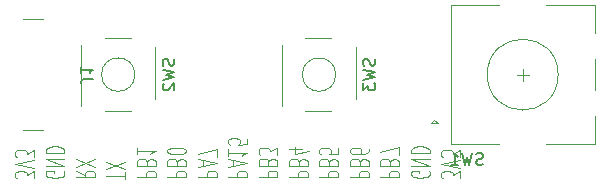
<source format=gbr>
%TF.GenerationSoftware,KiCad,Pcbnew,9.0.2*%
%TF.CreationDate,2025-07-12T05:54:42+02:00*%
%TF.ProjectId,synthmate_L432,73796e74-686d-4617-9465-5f4c3433322e,rev?*%
%TF.SameCoordinates,Original*%
%TF.FileFunction,Legend,Bot*%
%TF.FilePolarity,Positive*%
%FSLAX46Y46*%
G04 Gerber Fmt 4.6, Leading zero omitted, Abs format (unit mm)*
G04 Created by KiCad (PCBNEW 9.0.2) date 2025-07-12 05:54:42*
%MOMM*%
%LPD*%
G01*
G04 APERTURE LIST*
%ADD10C,0.100000*%
%ADD11C,0.150000*%
%ADD12C,0.120000*%
G04 APERTURE END LIST*
D10*
X131863749Y-55791353D02*
X131863749Y-55172306D01*
X131863749Y-55172306D02*
X131254225Y-55505639D01*
X131254225Y-55505639D02*
X131254225Y-55362782D01*
X131254225Y-55362782D02*
X131178035Y-55267544D01*
X131178035Y-55267544D02*
X131101844Y-55219925D01*
X131101844Y-55219925D02*
X130949463Y-55172306D01*
X130949463Y-55172306D02*
X130568511Y-55172306D01*
X130568511Y-55172306D02*
X130416130Y-55219925D01*
X130416130Y-55219925D02*
X130339940Y-55267544D01*
X130339940Y-55267544D02*
X130263749Y-55362782D01*
X130263749Y-55362782D02*
X130263749Y-55648496D01*
X130263749Y-55648496D02*
X130339940Y-55743734D01*
X130339940Y-55743734D02*
X130416130Y-55791353D01*
X131863749Y-54886591D02*
X130263749Y-54553258D01*
X130263749Y-54553258D02*
X131863749Y-54219925D01*
X131863749Y-53981829D02*
X131863749Y-53362782D01*
X131863749Y-53362782D02*
X131254225Y-53696115D01*
X131254225Y-53696115D02*
X131254225Y-53553258D01*
X131254225Y-53553258D02*
X131178035Y-53458020D01*
X131178035Y-53458020D02*
X131101844Y-53410401D01*
X131101844Y-53410401D02*
X130949463Y-53362782D01*
X130949463Y-53362782D02*
X130568511Y-53362782D01*
X130568511Y-53362782D02*
X130416130Y-53410401D01*
X130416130Y-53410401D02*
X130339940Y-53458020D01*
X130339940Y-53458020D02*
X130263749Y-53553258D01*
X130263749Y-53553258D02*
X130263749Y-53838972D01*
X130263749Y-53838972D02*
X130339940Y-53934210D01*
X130339940Y-53934210D02*
X130416130Y-53981829D01*
X129211649Y-55172306D02*
X129287839Y-55267544D01*
X129287839Y-55267544D02*
X129287839Y-55410401D01*
X129287839Y-55410401D02*
X129211649Y-55553258D01*
X129211649Y-55553258D02*
X129059268Y-55648496D01*
X129059268Y-55648496D02*
X128906887Y-55696115D01*
X128906887Y-55696115D02*
X128602125Y-55743734D01*
X128602125Y-55743734D02*
X128373553Y-55743734D01*
X128373553Y-55743734D02*
X128068791Y-55696115D01*
X128068791Y-55696115D02*
X127916410Y-55648496D01*
X127916410Y-55648496D02*
X127764030Y-55553258D01*
X127764030Y-55553258D02*
X127687839Y-55410401D01*
X127687839Y-55410401D02*
X127687839Y-55315163D01*
X127687839Y-55315163D02*
X127764030Y-55172306D01*
X127764030Y-55172306D02*
X127840220Y-55124687D01*
X127840220Y-55124687D02*
X128373553Y-55124687D01*
X128373553Y-55124687D02*
X128373553Y-55315163D01*
X127687839Y-54696115D02*
X129287839Y-54696115D01*
X129287839Y-54696115D02*
X127687839Y-54124687D01*
X127687839Y-54124687D02*
X129287839Y-54124687D01*
X127687839Y-53648496D02*
X129287839Y-53648496D01*
X129287839Y-53648496D02*
X129287839Y-53410401D01*
X129287839Y-53410401D02*
X129211649Y-53267544D01*
X129211649Y-53267544D02*
X129059268Y-53172306D01*
X129059268Y-53172306D02*
X128906887Y-53124687D01*
X128906887Y-53124687D02*
X128602125Y-53077068D01*
X128602125Y-53077068D02*
X128373553Y-53077068D01*
X128373553Y-53077068D02*
X128068791Y-53124687D01*
X128068791Y-53124687D02*
X127916410Y-53172306D01*
X127916410Y-53172306D02*
X127764030Y-53267544D01*
X127764030Y-53267544D02*
X127687839Y-53410401D01*
X127687839Y-53410401D02*
X127687839Y-53648496D01*
X125111929Y-55696115D02*
X126711929Y-55696115D01*
X126711929Y-55696115D02*
X126711929Y-55315163D01*
X126711929Y-55315163D02*
X126635739Y-55219925D01*
X126635739Y-55219925D02*
X126559548Y-55172306D01*
X126559548Y-55172306D02*
X126407167Y-55124687D01*
X126407167Y-55124687D02*
X126178596Y-55124687D01*
X126178596Y-55124687D02*
X126026215Y-55172306D01*
X126026215Y-55172306D02*
X125950024Y-55219925D01*
X125950024Y-55219925D02*
X125873834Y-55315163D01*
X125873834Y-55315163D02*
X125873834Y-55696115D01*
X125950024Y-54362782D02*
X125873834Y-54219925D01*
X125873834Y-54219925D02*
X125797643Y-54172306D01*
X125797643Y-54172306D02*
X125645262Y-54124687D01*
X125645262Y-54124687D02*
X125416691Y-54124687D01*
X125416691Y-54124687D02*
X125264310Y-54172306D01*
X125264310Y-54172306D02*
X125188120Y-54219925D01*
X125188120Y-54219925D02*
X125111929Y-54315163D01*
X125111929Y-54315163D02*
X125111929Y-54696115D01*
X125111929Y-54696115D02*
X126711929Y-54696115D01*
X126711929Y-54696115D02*
X126711929Y-54362782D01*
X126711929Y-54362782D02*
X126635739Y-54267544D01*
X126635739Y-54267544D02*
X126559548Y-54219925D01*
X126559548Y-54219925D02*
X126407167Y-54172306D01*
X126407167Y-54172306D02*
X126254786Y-54172306D01*
X126254786Y-54172306D02*
X126102405Y-54219925D01*
X126102405Y-54219925D02*
X126026215Y-54267544D01*
X126026215Y-54267544D02*
X125950024Y-54362782D01*
X125950024Y-54362782D02*
X125950024Y-54696115D01*
X126711929Y-53791353D02*
X126711929Y-53124687D01*
X126711929Y-53124687D02*
X125111929Y-53553258D01*
X122536019Y-55696115D02*
X124136019Y-55696115D01*
X124136019Y-55696115D02*
X124136019Y-55315163D01*
X124136019Y-55315163D02*
X124059829Y-55219925D01*
X124059829Y-55219925D02*
X123983638Y-55172306D01*
X123983638Y-55172306D02*
X123831257Y-55124687D01*
X123831257Y-55124687D02*
X123602686Y-55124687D01*
X123602686Y-55124687D02*
X123450305Y-55172306D01*
X123450305Y-55172306D02*
X123374114Y-55219925D01*
X123374114Y-55219925D02*
X123297924Y-55315163D01*
X123297924Y-55315163D02*
X123297924Y-55696115D01*
X123374114Y-54362782D02*
X123297924Y-54219925D01*
X123297924Y-54219925D02*
X123221733Y-54172306D01*
X123221733Y-54172306D02*
X123069352Y-54124687D01*
X123069352Y-54124687D02*
X122840781Y-54124687D01*
X122840781Y-54124687D02*
X122688400Y-54172306D01*
X122688400Y-54172306D02*
X122612210Y-54219925D01*
X122612210Y-54219925D02*
X122536019Y-54315163D01*
X122536019Y-54315163D02*
X122536019Y-54696115D01*
X122536019Y-54696115D02*
X124136019Y-54696115D01*
X124136019Y-54696115D02*
X124136019Y-54362782D01*
X124136019Y-54362782D02*
X124059829Y-54267544D01*
X124059829Y-54267544D02*
X123983638Y-54219925D01*
X123983638Y-54219925D02*
X123831257Y-54172306D01*
X123831257Y-54172306D02*
X123678876Y-54172306D01*
X123678876Y-54172306D02*
X123526495Y-54219925D01*
X123526495Y-54219925D02*
X123450305Y-54267544D01*
X123450305Y-54267544D02*
X123374114Y-54362782D01*
X123374114Y-54362782D02*
X123374114Y-54696115D01*
X124136019Y-53267544D02*
X124136019Y-53458020D01*
X124136019Y-53458020D02*
X124059829Y-53553258D01*
X124059829Y-53553258D02*
X123983638Y-53600877D01*
X123983638Y-53600877D02*
X123755067Y-53696115D01*
X123755067Y-53696115D02*
X123450305Y-53743734D01*
X123450305Y-53743734D02*
X122840781Y-53743734D01*
X122840781Y-53743734D02*
X122688400Y-53696115D01*
X122688400Y-53696115D02*
X122612210Y-53648496D01*
X122612210Y-53648496D02*
X122536019Y-53553258D01*
X122536019Y-53553258D02*
X122536019Y-53362782D01*
X122536019Y-53362782D02*
X122612210Y-53267544D01*
X122612210Y-53267544D02*
X122688400Y-53219925D01*
X122688400Y-53219925D02*
X122840781Y-53172306D01*
X122840781Y-53172306D02*
X123221733Y-53172306D01*
X123221733Y-53172306D02*
X123374114Y-53219925D01*
X123374114Y-53219925D02*
X123450305Y-53267544D01*
X123450305Y-53267544D02*
X123526495Y-53362782D01*
X123526495Y-53362782D02*
X123526495Y-53553258D01*
X123526495Y-53553258D02*
X123450305Y-53648496D01*
X123450305Y-53648496D02*
X123374114Y-53696115D01*
X123374114Y-53696115D02*
X123221733Y-53743734D01*
X119960109Y-55696115D02*
X121560109Y-55696115D01*
X121560109Y-55696115D02*
X121560109Y-55315163D01*
X121560109Y-55315163D02*
X121483919Y-55219925D01*
X121483919Y-55219925D02*
X121407728Y-55172306D01*
X121407728Y-55172306D02*
X121255347Y-55124687D01*
X121255347Y-55124687D02*
X121026776Y-55124687D01*
X121026776Y-55124687D02*
X120874395Y-55172306D01*
X120874395Y-55172306D02*
X120798204Y-55219925D01*
X120798204Y-55219925D02*
X120722014Y-55315163D01*
X120722014Y-55315163D02*
X120722014Y-55696115D01*
X120798204Y-54362782D02*
X120722014Y-54219925D01*
X120722014Y-54219925D02*
X120645823Y-54172306D01*
X120645823Y-54172306D02*
X120493442Y-54124687D01*
X120493442Y-54124687D02*
X120264871Y-54124687D01*
X120264871Y-54124687D02*
X120112490Y-54172306D01*
X120112490Y-54172306D02*
X120036300Y-54219925D01*
X120036300Y-54219925D02*
X119960109Y-54315163D01*
X119960109Y-54315163D02*
X119960109Y-54696115D01*
X119960109Y-54696115D02*
X121560109Y-54696115D01*
X121560109Y-54696115D02*
X121560109Y-54362782D01*
X121560109Y-54362782D02*
X121483919Y-54267544D01*
X121483919Y-54267544D02*
X121407728Y-54219925D01*
X121407728Y-54219925D02*
X121255347Y-54172306D01*
X121255347Y-54172306D02*
X121102966Y-54172306D01*
X121102966Y-54172306D02*
X120950585Y-54219925D01*
X120950585Y-54219925D02*
X120874395Y-54267544D01*
X120874395Y-54267544D02*
X120798204Y-54362782D01*
X120798204Y-54362782D02*
X120798204Y-54696115D01*
X121560109Y-53219925D02*
X121560109Y-53696115D01*
X121560109Y-53696115D02*
X120798204Y-53743734D01*
X120798204Y-53743734D02*
X120874395Y-53696115D01*
X120874395Y-53696115D02*
X120950585Y-53600877D01*
X120950585Y-53600877D02*
X120950585Y-53362782D01*
X120950585Y-53362782D02*
X120874395Y-53267544D01*
X120874395Y-53267544D02*
X120798204Y-53219925D01*
X120798204Y-53219925D02*
X120645823Y-53172306D01*
X120645823Y-53172306D02*
X120264871Y-53172306D01*
X120264871Y-53172306D02*
X120112490Y-53219925D01*
X120112490Y-53219925D02*
X120036300Y-53267544D01*
X120036300Y-53267544D02*
X119960109Y-53362782D01*
X119960109Y-53362782D02*
X119960109Y-53600877D01*
X119960109Y-53600877D02*
X120036300Y-53696115D01*
X120036300Y-53696115D02*
X120112490Y-53743734D01*
X117384199Y-55696115D02*
X118984199Y-55696115D01*
X118984199Y-55696115D02*
X118984199Y-55315163D01*
X118984199Y-55315163D02*
X118908009Y-55219925D01*
X118908009Y-55219925D02*
X118831818Y-55172306D01*
X118831818Y-55172306D02*
X118679437Y-55124687D01*
X118679437Y-55124687D02*
X118450866Y-55124687D01*
X118450866Y-55124687D02*
X118298485Y-55172306D01*
X118298485Y-55172306D02*
X118222294Y-55219925D01*
X118222294Y-55219925D02*
X118146104Y-55315163D01*
X118146104Y-55315163D02*
X118146104Y-55696115D01*
X118222294Y-54362782D02*
X118146104Y-54219925D01*
X118146104Y-54219925D02*
X118069913Y-54172306D01*
X118069913Y-54172306D02*
X117917532Y-54124687D01*
X117917532Y-54124687D02*
X117688961Y-54124687D01*
X117688961Y-54124687D02*
X117536580Y-54172306D01*
X117536580Y-54172306D02*
X117460390Y-54219925D01*
X117460390Y-54219925D02*
X117384199Y-54315163D01*
X117384199Y-54315163D02*
X117384199Y-54696115D01*
X117384199Y-54696115D02*
X118984199Y-54696115D01*
X118984199Y-54696115D02*
X118984199Y-54362782D01*
X118984199Y-54362782D02*
X118908009Y-54267544D01*
X118908009Y-54267544D02*
X118831818Y-54219925D01*
X118831818Y-54219925D02*
X118679437Y-54172306D01*
X118679437Y-54172306D02*
X118527056Y-54172306D01*
X118527056Y-54172306D02*
X118374675Y-54219925D01*
X118374675Y-54219925D02*
X118298485Y-54267544D01*
X118298485Y-54267544D02*
X118222294Y-54362782D01*
X118222294Y-54362782D02*
X118222294Y-54696115D01*
X118450866Y-53267544D02*
X117384199Y-53267544D01*
X119060390Y-53505639D02*
X117917532Y-53743734D01*
X117917532Y-53743734D02*
X117917532Y-53124687D01*
X114808289Y-55696115D02*
X116408289Y-55696115D01*
X116408289Y-55696115D02*
X116408289Y-55315163D01*
X116408289Y-55315163D02*
X116332099Y-55219925D01*
X116332099Y-55219925D02*
X116255908Y-55172306D01*
X116255908Y-55172306D02*
X116103527Y-55124687D01*
X116103527Y-55124687D02*
X115874956Y-55124687D01*
X115874956Y-55124687D02*
X115722575Y-55172306D01*
X115722575Y-55172306D02*
X115646384Y-55219925D01*
X115646384Y-55219925D02*
X115570194Y-55315163D01*
X115570194Y-55315163D02*
X115570194Y-55696115D01*
X115646384Y-54362782D02*
X115570194Y-54219925D01*
X115570194Y-54219925D02*
X115494003Y-54172306D01*
X115494003Y-54172306D02*
X115341622Y-54124687D01*
X115341622Y-54124687D02*
X115113051Y-54124687D01*
X115113051Y-54124687D02*
X114960670Y-54172306D01*
X114960670Y-54172306D02*
X114884480Y-54219925D01*
X114884480Y-54219925D02*
X114808289Y-54315163D01*
X114808289Y-54315163D02*
X114808289Y-54696115D01*
X114808289Y-54696115D02*
X116408289Y-54696115D01*
X116408289Y-54696115D02*
X116408289Y-54362782D01*
X116408289Y-54362782D02*
X116332099Y-54267544D01*
X116332099Y-54267544D02*
X116255908Y-54219925D01*
X116255908Y-54219925D02*
X116103527Y-54172306D01*
X116103527Y-54172306D02*
X115951146Y-54172306D01*
X115951146Y-54172306D02*
X115798765Y-54219925D01*
X115798765Y-54219925D02*
X115722575Y-54267544D01*
X115722575Y-54267544D02*
X115646384Y-54362782D01*
X115646384Y-54362782D02*
X115646384Y-54696115D01*
X116408289Y-53791353D02*
X116408289Y-53172306D01*
X116408289Y-53172306D02*
X115798765Y-53505639D01*
X115798765Y-53505639D02*
X115798765Y-53362782D01*
X115798765Y-53362782D02*
X115722575Y-53267544D01*
X115722575Y-53267544D02*
X115646384Y-53219925D01*
X115646384Y-53219925D02*
X115494003Y-53172306D01*
X115494003Y-53172306D02*
X115113051Y-53172306D01*
X115113051Y-53172306D02*
X114960670Y-53219925D01*
X114960670Y-53219925D02*
X114884480Y-53267544D01*
X114884480Y-53267544D02*
X114808289Y-53362782D01*
X114808289Y-53362782D02*
X114808289Y-53648496D01*
X114808289Y-53648496D02*
X114884480Y-53743734D01*
X114884480Y-53743734D02*
X114960670Y-53791353D01*
X112232379Y-55696115D02*
X113832379Y-55696115D01*
X113832379Y-55696115D02*
X113832379Y-55315163D01*
X113832379Y-55315163D02*
X113756189Y-55219925D01*
X113756189Y-55219925D02*
X113679998Y-55172306D01*
X113679998Y-55172306D02*
X113527617Y-55124687D01*
X113527617Y-55124687D02*
X113299046Y-55124687D01*
X113299046Y-55124687D02*
X113146665Y-55172306D01*
X113146665Y-55172306D02*
X113070474Y-55219925D01*
X113070474Y-55219925D02*
X112994284Y-55315163D01*
X112994284Y-55315163D02*
X112994284Y-55696115D01*
X112689522Y-54743734D02*
X112689522Y-54267544D01*
X112232379Y-54838972D02*
X113832379Y-54505639D01*
X113832379Y-54505639D02*
X112232379Y-54172306D01*
X112232379Y-53315163D02*
X112232379Y-53886591D01*
X112232379Y-53600877D02*
X113832379Y-53600877D01*
X113832379Y-53600877D02*
X113603808Y-53696115D01*
X113603808Y-53696115D02*
X113451427Y-53791353D01*
X113451427Y-53791353D02*
X113375236Y-53886591D01*
X113832379Y-52410401D02*
X113832379Y-52886591D01*
X113832379Y-52886591D02*
X113070474Y-52934210D01*
X113070474Y-52934210D02*
X113146665Y-52886591D01*
X113146665Y-52886591D02*
X113222855Y-52791353D01*
X113222855Y-52791353D02*
X113222855Y-52553258D01*
X113222855Y-52553258D02*
X113146665Y-52458020D01*
X113146665Y-52458020D02*
X113070474Y-52410401D01*
X113070474Y-52410401D02*
X112918093Y-52362782D01*
X112918093Y-52362782D02*
X112537141Y-52362782D01*
X112537141Y-52362782D02*
X112384760Y-52410401D01*
X112384760Y-52410401D02*
X112308570Y-52458020D01*
X112308570Y-52458020D02*
X112232379Y-52553258D01*
X112232379Y-52553258D02*
X112232379Y-52791353D01*
X112232379Y-52791353D02*
X112308570Y-52886591D01*
X112308570Y-52886591D02*
X112384760Y-52934210D01*
X109656469Y-55696115D02*
X111256469Y-55696115D01*
X111256469Y-55696115D02*
X111256469Y-55315163D01*
X111256469Y-55315163D02*
X111180279Y-55219925D01*
X111180279Y-55219925D02*
X111104088Y-55172306D01*
X111104088Y-55172306D02*
X110951707Y-55124687D01*
X110951707Y-55124687D02*
X110723136Y-55124687D01*
X110723136Y-55124687D02*
X110570755Y-55172306D01*
X110570755Y-55172306D02*
X110494564Y-55219925D01*
X110494564Y-55219925D02*
X110418374Y-55315163D01*
X110418374Y-55315163D02*
X110418374Y-55696115D01*
X110113612Y-54743734D02*
X110113612Y-54267544D01*
X109656469Y-54838972D02*
X111256469Y-54505639D01*
X111256469Y-54505639D02*
X109656469Y-54172306D01*
X111256469Y-53934210D02*
X111256469Y-53267544D01*
X111256469Y-53267544D02*
X109656469Y-53696115D01*
X107080559Y-55696115D02*
X108680559Y-55696115D01*
X108680559Y-55696115D02*
X108680559Y-55315163D01*
X108680559Y-55315163D02*
X108604369Y-55219925D01*
X108604369Y-55219925D02*
X108528178Y-55172306D01*
X108528178Y-55172306D02*
X108375797Y-55124687D01*
X108375797Y-55124687D02*
X108147226Y-55124687D01*
X108147226Y-55124687D02*
X107994845Y-55172306D01*
X107994845Y-55172306D02*
X107918654Y-55219925D01*
X107918654Y-55219925D02*
X107842464Y-55315163D01*
X107842464Y-55315163D02*
X107842464Y-55696115D01*
X107918654Y-54362782D02*
X107842464Y-54219925D01*
X107842464Y-54219925D02*
X107766273Y-54172306D01*
X107766273Y-54172306D02*
X107613892Y-54124687D01*
X107613892Y-54124687D02*
X107385321Y-54124687D01*
X107385321Y-54124687D02*
X107232940Y-54172306D01*
X107232940Y-54172306D02*
X107156750Y-54219925D01*
X107156750Y-54219925D02*
X107080559Y-54315163D01*
X107080559Y-54315163D02*
X107080559Y-54696115D01*
X107080559Y-54696115D02*
X108680559Y-54696115D01*
X108680559Y-54696115D02*
X108680559Y-54362782D01*
X108680559Y-54362782D02*
X108604369Y-54267544D01*
X108604369Y-54267544D02*
X108528178Y-54219925D01*
X108528178Y-54219925D02*
X108375797Y-54172306D01*
X108375797Y-54172306D02*
X108223416Y-54172306D01*
X108223416Y-54172306D02*
X108071035Y-54219925D01*
X108071035Y-54219925D02*
X107994845Y-54267544D01*
X107994845Y-54267544D02*
X107918654Y-54362782D01*
X107918654Y-54362782D02*
X107918654Y-54696115D01*
X108680559Y-53505639D02*
X108680559Y-53410401D01*
X108680559Y-53410401D02*
X108604369Y-53315163D01*
X108604369Y-53315163D02*
X108528178Y-53267544D01*
X108528178Y-53267544D02*
X108375797Y-53219925D01*
X108375797Y-53219925D02*
X108071035Y-53172306D01*
X108071035Y-53172306D02*
X107690083Y-53172306D01*
X107690083Y-53172306D02*
X107385321Y-53219925D01*
X107385321Y-53219925D02*
X107232940Y-53267544D01*
X107232940Y-53267544D02*
X107156750Y-53315163D01*
X107156750Y-53315163D02*
X107080559Y-53410401D01*
X107080559Y-53410401D02*
X107080559Y-53505639D01*
X107080559Y-53505639D02*
X107156750Y-53600877D01*
X107156750Y-53600877D02*
X107232940Y-53648496D01*
X107232940Y-53648496D02*
X107385321Y-53696115D01*
X107385321Y-53696115D02*
X107690083Y-53743734D01*
X107690083Y-53743734D02*
X108071035Y-53743734D01*
X108071035Y-53743734D02*
X108375797Y-53696115D01*
X108375797Y-53696115D02*
X108528178Y-53648496D01*
X108528178Y-53648496D02*
X108604369Y-53600877D01*
X108604369Y-53600877D02*
X108680559Y-53505639D01*
X104504649Y-55696115D02*
X106104649Y-55696115D01*
X106104649Y-55696115D02*
X106104649Y-55315163D01*
X106104649Y-55315163D02*
X106028459Y-55219925D01*
X106028459Y-55219925D02*
X105952268Y-55172306D01*
X105952268Y-55172306D02*
X105799887Y-55124687D01*
X105799887Y-55124687D02*
X105571316Y-55124687D01*
X105571316Y-55124687D02*
X105418935Y-55172306D01*
X105418935Y-55172306D02*
X105342744Y-55219925D01*
X105342744Y-55219925D02*
X105266554Y-55315163D01*
X105266554Y-55315163D02*
X105266554Y-55696115D01*
X105342744Y-54362782D02*
X105266554Y-54219925D01*
X105266554Y-54219925D02*
X105190363Y-54172306D01*
X105190363Y-54172306D02*
X105037982Y-54124687D01*
X105037982Y-54124687D02*
X104809411Y-54124687D01*
X104809411Y-54124687D02*
X104657030Y-54172306D01*
X104657030Y-54172306D02*
X104580840Y-54219925D01*
X104580840Y-54219925D02*
X104504649Y-54315163D01*
X104504649Y-54315163D02*
X104504649Y-54696115D01*
X104504649Y-54696115D02*
X106104649Y-54696115D01*
X106104649Y-54696115D02*
X106104649Y-54362782D01*
X106104649Y-54362782D02*
X106028459Y-54267544D01*
X106028459Y-54267544D02*
X105952268Y-54219925D01*
X105952268Y-54219925D02*
X105799887Y-54172306D01*
X105799887Y-54172306D02*
X105647506Y-54172306D01*
X105647506Y-54172306D02*
X105495125Y-54219925D01*
X105495125Y-54219925D02*
X105418935Y-54267544D01*
X105418935Y-54267544D02*
X105342744Y-54362782D01*
X105342744Y-54362782D02*
X105342744Y-54696115D01*
X104504649Y-53172306D02*
X104504649Y-53743734D01*
X104504649Y-53458020D02*
X106104649Y-53458020D01*
X106104649Y-53458020D02*
X105876078Y-53553258D01*
X105876078Y-53553258D02*
X105723697Y-53648496D01*
X105723697Y-53648496D02*
X105647506Y-53743734D01*
X103528739Y-55838972D02*
X103528739Y-55267544D01*
X101928739Y-55553258D02*
X103528739Y-55553258D01*
X103528739Y-55029448D02*
X101928739Y-54362782D01*
X103528739Y-54362782D02*
X101928739Y-55029448D01*
X99352829Y-55124687D02*
X100114734Y-55458020D01*
X99352829Y-55696115D02*
X100952829Y-55696115D01*
X100952829Y-55696115D02*
X100952829Y-55315163D01*
X100952829Y-55315163D02*
X100876639Y-55219925D01*
X100876639Y-55219925D02*
X100800448Y-55172306D01*
X100800448Y-55172306D02*
X100648067Y-55124687D01*
X100648067Y-55124687D02*
X100419496Y-55124687D01*
X100419496Y-55124687D02*
X100267115Y-55172306D01*
X100267115Y-55172306D02*
X100190924Y-55219925D01*
X100190924Y-55219925D02*
X100114734Y-55315163D01*
X100114734Y-55315163D02*
X100114734Y-55696115D01*
X100952829Y-54791353D02*
X99352829Y-54124687D01*
X100952829Y-54124687D02*
X99352829Y-54791353D01*
X98300729Y-55172306D02*
X98376919Y-55267544D01*
X98376919Y-55267544D02*
X98376919Y-55410401D01*
X98376919Y-55410401D02*
X98300729Y-55553258D01*
X98300729Y-55553258D02*
X98148348Y-55648496D01*
X98148348Y-55648496D02*
X97995967Y-55696115D01*
X97995967Y-55696115D02*
X97691205Y-55743734D01*
X97691205Y-55743734D02*
X97462633Y-55743734D01*
X97462633Y-55743734D02*
X97157871Y-55696115D01*
X97157871Y-55696115D02*
X97005490Y-55648496D01*
X97005490Y-55648496D02*
X96853110Y-55553258D01*
X96853110Y-55553258D02*
X96776919Y-55410401D01*
X96776919Y-55410401D02*
X96776919Y-55315163D01*
X96776919Y-55315163D02*
X96853110Y-55172306D01*
X96853110Y-55172306D02*
X96929300Y-55124687D01*
X96929300Y-55124687D02*
X97462633Y-55124687D01*
X97462633Y-55124687D02*
X97462633Y-55315163D01*
X96776919Y-54696115D02*
X98376919Y-54696115D01*
X98376919Y-54696115D02*
X96776919Y-54124687D01*
X96776919Y-54124687D02*
X98376919Y-54124687D01*
X96776919Y-53648496D02*
X98376919Y-53648496D01*
X98376919Y-53648496D02*
X98376919Y-53410401D01*
X98376919Y-53410401D02*
X98300729Y-53267544D01*
X98300729Y-53267544D02*
X98148348Y-53172306D01*
X98148348Y-53172306D02*
X97995967Y-53124687D01*
X97995967Y-53124687D02*
X97691205Y-53077068D01*
X97691205Y-53077068D02*
X97462633Y-53077068D01*
X97462633Y-53077068D02*
X97157871Y-53124687D01*
X97157871Y-53124687D02*
X97005490Y-53172306D01*
X97005490Y-53172306D02*
X96853110Y-53267544D01*
X96853110Y-53267544D02*
X96776919Y-53410401D01*
X96776919Y-53410401D02*
X96776919Y-53648496D01*
X95801009Y-55791353D02*
X95801009Y-55172306D01*
X95801009Y-55172306D02*
X95191485Y-55505639D01*
X95191485Y-55505639D02*
X95191485Y-55362782D01*
X95191485Y-55362782D02*
X95115295Y-55267544D01*
X95115295Y-55267544D02*
X95039104Y-55219925D01*
X95039104Y-55219925D02*
X94886723Y-55172306D01*
X94886723Y-55172306D02*
X94505771Y-55172306D01*
X94505771Y-55172306D02*
X94353390Y-55219925D01*
X94353390Y-55219925D02*
X94277200Y-55267544D01*
X94277200Y-55267544D02*
X94201009Y-55362782D01*
X94201009Y-55362782D02*
X94201009Y-55648496D01*
X94201009Y-55648496D02*
X94277200Y-55743734D01*
X94277200Y-55743734D02*
X94353390Y-55791353D01*
X95801009Y-54886591D02*
X94201009Y-54553258D01*
X94201009Y-54553258D02*
X95801009Y-54219925D01*
X95801009Y-53981829D02*
X95801009Y-53362782D01*
X95801009Y-53362782D02*
X95191485Y-53696115D01*
X95191485Y-53696115D02*
X95191485Y-53553258D01*
X95191485Y-53553258D02*
X95115295Y-53458020D01*
X95115295Y-53458020D02*
X95039104Y-53410401D01*
X95039104Y-53410401D02*
X94886723Y-53362782D01*
X94886723Y-53362782D02*
X94505771Y-53362782D01*
X94505771Y-53362782D02*
X94353390Y-53410401D01*
X94353390Y-53410401D02*
X94277200Y-53458020D01*
X94277200Y-53458020D02*
X94201009Y-53553258D01*
X94201009Y-53553258D02*
X94201009Y-53838972D01*
X94201009Y-53838972D02*
X94277200Y-53934210D01*
X94277200Y-53934210D02*
X94353390Y-53981829D01*
D11*
X133813332Y-54607200D02*
X133670475Y-54654819D01*
X133670475Y-54654819D02*
X133432380Y-54654819D01*
X133432380Y-54654819D02*
X133337142Y-54607200D01*
X133337142Y-54607200D02*
X133289523Y-54559580D01*
X133289523Y-54559580D02*
X133241904Y-54464342D01*
X133241904Y-54464342D02*
X133241904Y-54369104D01*
X133241904Y-54369104D02*
X133289523Y-54273866D01*
X133289523Y-54273866D02*
X133337142Y-54226247D01*
X133337142Y-54226247D02*
X133432380Y-54178628D01*
X133432380Y-54178628D02*
X133622856Y-54131009D01*
X133622856Y-54131009D02*
X133718094Y-54083390D01*
X133718094Y-54083390D02*
X133765713Y-54035771D01*
X133765713Y-54035771D02*
X133813332Y-53940533D01*
X133813332Y-53940533D02*
X133813332Y-53845295D01*
X133813332Y-53845295D02*
X133765713Y-53750057D01*
X133765713Y-53750057D02*
X133718094Y-53702438D01*
X133718094Y-53702438D02*
X133622856Y-53654819D01*
X133622856Y-53654819D02*
X133384761Y-53654819D01*
X133384761Y-53654819D02*
X133241904Y-53702438D01*
X132908570Y-53654819D02*
X132670475Y-54654819D01*
X132670475Y-54654819D02*
X132479999Y-53940533D01*
X132479999Y-53940533D02*
X132289523Y-54654819D01*
X132289523Y-54654819D02*
X132051428Y-53654819D01*
X131146666Y-54654819D02*
X131718094Y-54654819D01*
X131432380Y-54654819D02*
X131432380Y-53654819D01*
X131432380Y-53654819D02*
X131527618Y-53797676D01*
X131527618Y-53797676D02*
X131622856Y-53892914D01*
X131622856Y-53892914D02*
X131718094Y-53940533D01*
X107637200Y-45666667D02*
X107684819Y-45809524D01*
X107684819Y-45809524D02*
X107684819Y-46047619D01*
X107684819Y-46047619D02*
X107637200Y-46142857D01*
X107637200Y-46142857D02*
X107589580Y-46190476D01*
X107589580Y-46190476D02*
X107494342Y-46238095D01*
X107494342Y-46238095D02*
X107399104Y-46238095D01*
X107399104Y-46238095D02*
X107303866Y-46190476D01*
X107303866Y-46190476D02*
X107256247Y-46142857D01*
X107256247Y-46142857D02*
X107208628Y-46047619D01*
X107208628Y-46047619D02*
X107161009Y-45857143D01*
X107161009Y-45857143D02*
X107113390Y-45761905D01*
X107113390Y-45761905D02*
X107065771Y-45714286D01*
X107065771Y-45714286D02*
X106970533Y-45666667D01*
X106970533Y-45666667D02*
X106875295Y-45666667D01*
X106875295Y-45666667D02*
X106780057Y-45714286D01*
X106780057Y-45714286D02*
X106732438Y-45761905D01*
X106732438Y-45761905D02*
X106684819Y-45857143D01*
X106684819Y-45857143D02*
X106684819Y-46095238D01*
X106684819Y-46095238D02*
X106732438Y-46238095D01*
X106684819Y-46571429D02*
X107684819Y-46809524D01*
X107684819Y-46809524D02*
X106970533Y-47000000D01*
X106970533Y-47000000D02*
X107684819Y-47190476D01*
X107684819Y-47190476D02*
X106684819Y-47428572D01*
X106780057Y-47761905D02*
X106732438Y-47809524D01*
X106732438Y-47809524D02*
X106684819Y-47904762D01*
X106684819Y-47904762D02*
X106684819Y-48142857D01*
X106684819Y-48142857D02*
X106732438Y-48238095D01*
X106732438Y-48238095D02*
X106780057Y-48285714D01*
X106780057Y-48285714D02*
X106875295Y-48333333D01*
X106875295Y-48333333D02*
X106970533Y-48333333D01*
X106970533Y-48333333D02*
X107113390Y-48285714D01*
X107113390Y-48285714D02*
X107684819Y-47714286D01*
X107684819Y-47714286D02*
X107684819Y-48333333D01*
X124637200Y-45666667D02*
X124684819Y-45809524D01*
X124684819Y-45809524D02*
X124684819Y-46047619D01*
X124684819Y-46047619D02*
X124637200Y-46142857D01*
X124637200Y-46142857D02*
X124589580Y-46190476D01*
X124589580Y-46190476D02*
X124494342Y-46238095D01*
X124494342Y-46238095D02*
X124399104Y-46238095D01*
X124399104Y-46238095D02*
X124303866Y-46190476D01*
X124303866Y-46190476D02*
X124256247Y-46142857D01*
X124256247Y-46142857D02*
X124208628Y-46047619D01*
X124208628Y-46047619D02*
X124161009Y-45857143D01*
X124161009Y-45857143D02*
X124113390Y-45761905D01*
X124113390Y-45761905D02*
X124065771Y-45714286D01*
X124065771Y-45714286D02*
X123970533Y-45666667D01*
X123970533Y-45666667D02*
X123875295Y-45666667D01*
X123875295Y-45666667D02*
X123780057Y-45714286D01*
X123780057Y-45714286D02*
X123732438Y-45761905D01*
X123732438Y-45761905D02*
X123684819Y-45857143D01*
X123684819Y-45857143D02*
X123684819Y-46095238D01*
X123684819Y-46095238D02*
X123732438Y-46238095D01*
X123684819Y-46571429D02*
X124684819Y-46809524D01*
X124684819Y-46809524D02*
X123970533Y-47000000D01*
X123970533Y-47000000D02*
X124684819Y-47190476D01*
X124684819Y-47190476D02*
X123684819Y-47428572D01*
X123684819Y-47714286D02*
X123684819Y-48333333D01*
X123684819Y-48333333D02*
X124065771Y-48000000D01*
X124065771Y-48000000D02*
X124065771Y-48142857D01*
X124065771Y-48142857D02*
X124113390Y-48238095D01*
X124113390Y-48238095D02*
X124161009Y-48285714D01*
X124161009Y-48285714D02*
X124256247Y-48333333D01*
X124256247Y-48333333D02*
X124494342Y-48333333D01*
X124494342Y-48333333D02*
X124589580Y-48285714D01*
X124589580Y-48285714D02*
X124637200Y-48238095D01*
X124637200Y-48238095D02*
X124684819Y-48142857D01*
X124684819Y-48142857D02*
X124684819Y-47857143D01*
X124684819Y-47857143D02*
X124637200Y-47761905D01*
X124637200Y-47761905D02*
X124589580Y-47714286D01*
X100795180Y-47333333D02*
X100080895Y-47333333D01*
X100080895Y-47333333D02*
X99938038Y-47380952D01*
X99938038Y-47380952D02*
X99842800Y-47476190D01*
X99842800Y-47476190D02*
X99795180Y-47619047D01*
X99795180Y-47619047D02*
X99795180Y-47714285D01*
X99795180Y-46333333D02*
X99795180Y-46904761D01*
X99795180Y-46619047D02*
X100795180Y-46619047D01*
X100795180Y-46619047D02*
X100652323Y-46714285D01*
X100652323Y-46714285D02*
X100557085Y-46809523D01*
X100557085Y-46809523D02*
X100509466Y-46904761D01*
D12*
%TO.C,SW1*%
X140180000Y-47000000D02*
G75*
G02*
X134180000Y-47000000I-3000000J0D01*
G01*
X134180000Y-47000000D02*
G75*
G02*
X140180000Y-47000000I3000000J0D01*
G01*
X143280000Y-52900000D02*
X143280000Y-50500000D01*
X143280000Y-48300000D02*
X143280000Y-45700000D01*
X143280000Y-43500000D02*
X143280000Y-41100000D01*
X143280000Y-41100000D02*
X139180000Y-41100000D01*
X139180000Y-52900000D02*
X143280000Y-52900000D01*
X137180000Y-47500000D02*
X137180000Y-46500000D01*
X136680000Y-47000000D02*
X137680000Y-47000000D01*
X135180000Y-52900000D02*
X131080000Y-52900000D01*
X135180000Y-41100000D02*
X131080000Y-41100000D01*
X131080000Y-52900000D02*
X131080000Y-41100000D01*
X129980000Y-51100000D02*
X129680000Y-50800000D01*
X129680000Y-50800000D02*
X129380000Y-51100000D01*
X129380000Y-51100000D02*
X129980000Y-51100000D01*
%TO.C,SW2*%
X99810000Y-49650000D02*
X99810000Y-44450000D01*
X101780000Y-50120000D02*
X103980000Y-50120000D01*
X103980000Y-43880000D02*
X101780000Y-43880000D01*
X106050000Y-49050000D02*
X106050000Y-44650000D01*
X104344214Y-47000000D02*
G75*
G02*
X101515786Y-47000000I-1414214J0D01*
G01*
X101515786Y-47000000D02*
G75*
G02*
X104344214Y-47000000I1414214J0D01*
G01*
%TO.C,SW3*%
X116810000Y-49650000D02*
X116810000Y-44450000D01*
X118780000Y-50120000D02*
X120980000Y-50120000D01*
X120980000Y-43880000D02*
X118780000Y-43880000D01*
X123050000Y-49050000D02*
X123050000Y-44650000D01*
X121344214Y-47000000D02*
G75*
G02*
X118515786Y-47000000I-1414214J0D01*
G01*
X118515786Y-47000000D02*
G75*
G02*
X121344214Y-47000000I1414214J0D01*
G01*
%TO.C,J1*%
X94850000Y-42330000D02*
X96550000Y-42330000D01*
X94850000Y-51670000D02*
X96550000Y-51670000D01*
%TD*%
M02*

</source>
